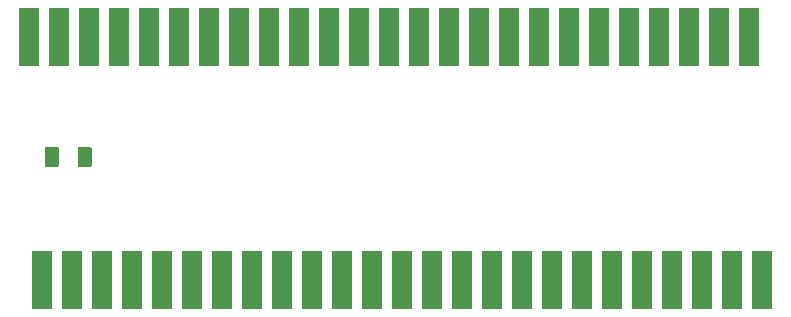
<source format=gbr>
%TF.GenerationSoftware,KiCad,Pcbnew,(6.0.5-0)*%
%TF.CreationDate,2022-12-24T01:00:06+09:00*%
%TF.ProjectId,ScsiRider1.2,53637369-5269-4646-9572-312e322e6b69,rev?*%
%TF.SameCoordinates,Original*%
%TF.FileFunction,Soldermask,Top*%
%TF.FilePolarity,Negative*%
%FSLAX46Y46*%
G04 Gerber Fmt 4.6, Leading zero omitted, Abs format (unit mm)*
G04 Created by KiCad (PCBNEW (6.0.5-0)) date 2022-12-24 01:00:06*
%MOMM*%
%LPD*%
G01*
G04 APERTURE LIST*
G04 Aperture macros list*
%AMRoundRect*
0 Rectangle with rounded corners*
0 $1 Rounding radius*
0 $2 $3 $4 $5 $6 $7 $8 $9 X,Y pos of 4 corners*
0 Add a 4 corners polygon primitive as box body*
4,1,4,$2,$3,$4,$5,$6,$7,$8,$9,$2,$3,0*
0 Add four circle primitives for the rounded corners*
1,1,$1+$1,$2,$3*
1,1,$1+$1,$4,$5*
1,1,$1+$1,$6,$7*
1,1,$1+$1,$8,$9*
0 Add four rect primitives between the rounded corners*
20,1,$1+$1,$2,$3,$4,$5,0*
20,1,$1+$1,$4,$5,$6,$7,0*
20,1,$1+$1,$6,$7,$8,$9,0*
20,1,$1+$1,$8,$9,$2,$3,0*%
G04 Aperture macros list end*
%ADD10RoundRect,0.250000X0.375000X0.625000X-0.375000X0.625000X-0.375000X-0.625000X0.375000X-0.625000X0*%
%ADD11R,1.780000X5.000000*%
G04 APERTURE END LIST*
D10*
%TO.C,LED1*%
X117510000Y-127700000D03*
X114710000Y-127700000D03*
%TD*%
D11*
%TO.C,J2*%
X173755000Y-117550000D03*
X171215000Y-117550000D03*
X168675000Y-117550000D03*
X166135000Y-117550000D03*
X163595000Y-117550000D03*
X161055000Y-117550000D03*
X158515000Y-117550000D03*
X155975000Y-117550000D03*
X153435000Y-117550000D03*
X150895000Y-117550000D03*
X148355000Y-117550000D03*
X145815000Y-117550000D03*
X143275000Y-117550000D03*
X140735000Y-117550000D03*
X138195000Y-117550000D03*
X135655000Y-117550000D03*
X133115000Y-117550000D03*
X130575000Y-117550000D03*
X128035000Y-117550000D03*
X125495000Y-117550000D03*
X122955000Y-117550000D03*
X120415000Y-117550000D03*
X117875000Y-117550000D03*
X115335000Y-117550000D03*
X112795000Y-117550000D03*
%TD*%
%TO.C,J1*%
X113877005Y-138147325D03*
X116417005Y-138147325D03*
X118957005Y-138147325D03*
X121497005Y-138147325D03*
X124037005Y-138147325D03*
X126577005Y-138147325D03*
X129117005Y-138147325D03*
X131657005Y-138147325D03*
X134197005Y-138147325D03*
X136737005Y-138147325D03*
X139277005Y-138147325D03*
X141817005Y-138147325D03*
X144357005Y-138147325D03*
X146897005Y-138147325D03*
X149437005Y-138147325D03*
X151977005Y-138147325D03*
X154517005Y-138147325D03*
X157057005Y-138147325D03*
X159597005Y-138147325D03*
X162137005Y-138147325D03*
X164677005Y-138147325D03*
X167217005Y-138147325D03*
X169757005Y-138147325D03*
X172297005Y-138147325D03*
X174837005Y-138147325D03*
%TD*%
M02*

</source>
